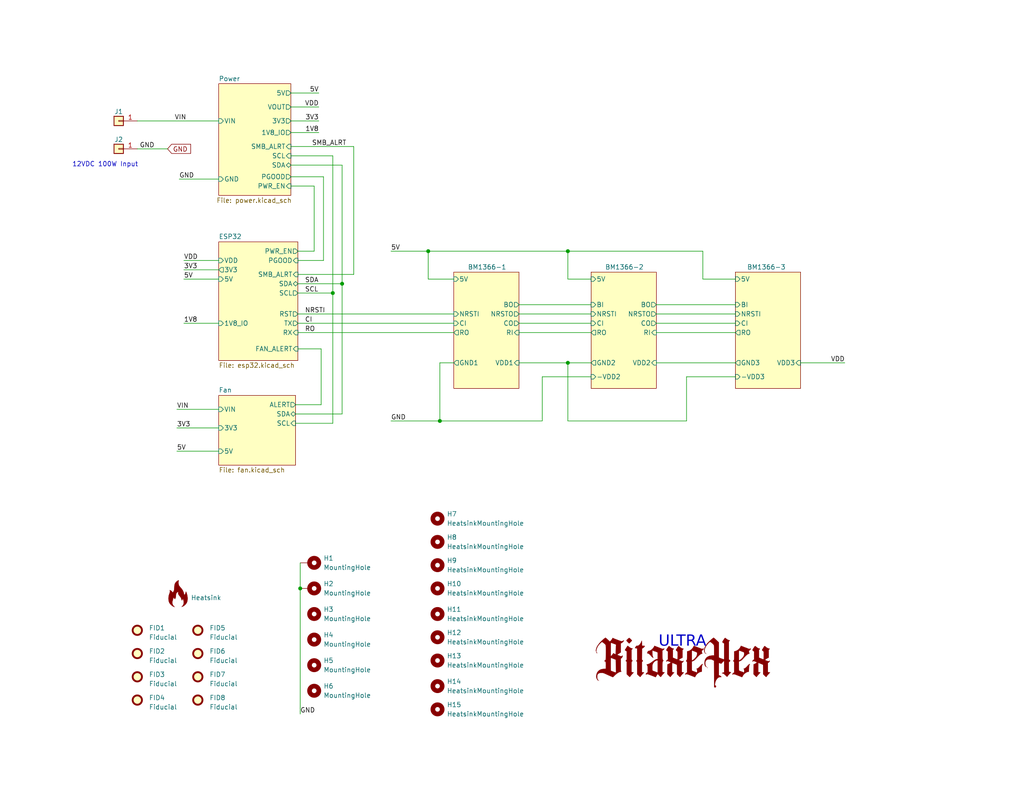
<source format=kicad_sch>
(kicad_sch (version 20231120) (generator "eeschema") (generator_version "8.0")
  (paper "A")
  (title_block (title "bitaxeHex") (date "2024-03-09") (rev "303"))
  (lib_symbols
    (symbol "Connector_Generic:Conn_01x01" (pin_names (offset 1.016) hide)
      (property "Reference" "J" (at 0 2.54 0))
      (property "Value" "Conn_01x01" (at 0 -2.54 0))
      (symbol "Conn_01x01_1_1"
        (pin passive line (at -5.08 0 0) (length 3.81) (name "Pin_1") (number "1"))
      )
    )
    (symbol "Mechanical:Fiducial"
      (property "Reference" "FID" (at 0 5.08 0))
      (property "Value" "Fiducial" (at 0 3.175 0))
    )
    (symbol "Mechanical:MountingHole" (pin_names (offset 1.016))
      (property "Reference" "H" (at 0 5.08 0))
      (property "Value" "MountingHole" (at 0 3.175 0))
    )
    (symbol "Mechanical:MountingHole_Pad" (pin_numbers hide) (pin_names (offset 1.016) hide)
      (property "Reference" "H" (at 0 6.35 0))
      (property "Value" "MountingHole_Pad" (at 0 4.445 0))
      (symbol "MountingHole_Pad_1_1"
        (pin input line (at 0 -2.54 90) (length 2.54) (name "1") (number "1"))
      )
    )
    (symbol "bitaxe:Bitaxe_Hex_Logo" (pin_names (offset 1.016)))
    (symbol "bitaxe:hex_heatsink" (in_bom no)
      (property "Value" "hex_heatsink" (at 0 -3.81 0))
    )
  )
  (junction (at 90.805 80.01))
  (junction (at 116.84 68.58))
  (junction (at 154.94 68.58))
  (junction (at 154.94 99.06))
  (junction (at 120.015 114.935))
  (junction (at 81.915 160.655))
  (junction (at 93.345 77.47))
  (wire (pts (xy 120.015 99.06) (xy 123.825 99.06)))
  (wire (pts (xy 50.165 71.12) (xy 59.69 71.12)))
  (wire (pts (xy 179.07 85.725) (xy 200.66 85.725)))
  (wire (pts (xy 50.165 88.265) (xy 59.69 88.265)))
  (wire (pts (xy 154.94 68.58) (xy 191.77 68.58)))
  (wire (pts (xy 120.015 114.935) (xy 120.015 99.06)))
  (wire (pts (xy 81.28 80.01) (xy 90.805 80.01)))
  (wire (pts (xy 161.29 76.2) (xy 154.94 76.2)))
  (wire (pts (xy 93.345 45.085) (xy 93.345 77.47)))
  (wire (pts (xy 141.605 85.725) (xy 161.29 85.725)))
  (wire (pts (xy 179.07 83.185) (xy 200.66 83.185)))
  (wire (pts (xy 85.725 50.8) (xy 79.375 50.8)))
  (wire (pts (xy 116.84 76.2) (xy 116.84 68.58)))
  (wire (pts (xy 96.52 40.005) (xy 79.375 40.005)))
  (wire (pts (xy 81.28 74.93) (xy 96.52 74.93)))
  (wire (pts (xy 81.28 90.805) (xy 123.825 90.805)))
  (wire (pts (xy 87.63 95.25) (xy 81.28 95.25)))
  (wire (pts (xy 200.66 76.2) (xy 191.77 76.2)))
  (wire (pts (xy 120.015 114.935) (xy 147.955 114.935)))
  (wire (pts (xy 90.805 42.545) (xy 79.375 42.545)))
  (wire (pts (xy 187.325 102.87) (xy 200.66 102.87)))
  (wire (pts (xy 48.26 111.76) (xy 59.69 111.76)))
  (wire (pts (xy 154.94 76.2) (xy 154.94 68.58)))
  (wire (pts (xy 106.68 114.935) (xy 120.015 114.935)))
  (wire (pts (xy 93.345 45.085) (xy 79.375 45.085)))
  (wire (pts (xy 88.265 48.26) (xy 88.265 71.12)))
  (wire (pts (xy 218.44 99.06) (xy 230.505 99.06)))
  (wire (pts (xy 79.375 36.195) (xy 86.995 36.195)))
  (wire (pts (xy 48.895 48.895) (xy 59.69 48.895)))
  (wire (pts (xy 147.955 102.87) (xy 161.29 102.87)))
  (wire (pts (xy 79.375 48.26) (xy 88.265 48.26)))
  (wire (pts (xy 88.265 71.12) (xy 81.28 71.12)))
  (wire (pts (xy 96.52 74.93) (xy 96.52 40.005)))
  (wire (pts (xy 179.07 90.805) (xy 200.66 90.805)))
  (wire (pts (xy 187.325 114.935) (xy 187.325 102.87)))
  (wire (pts (xy 90.805 80.01) (xy 90.805 115.57)))
  (wire (pts (xy 141.605 88.265) (xy 161.29 88.265)))
  (wire (pts (xy 81.28 77.47) (xy 93.345 77.47)))
  (wire (pts (xy 48.26 116.84) (xy 59.69 116.84)))
  (wire (pts (xy 141.605 99.06) (xy 154.94 99.06)))
  (wire (pts (xy 50.165 73.66) (xy 59.69 73.66)))
  (wire (pts (xy 116.84 68.58) (xy 154.94 68.58)))
  (wire (pts (xy 191.77 76.2) (xy 191.77 68.58)))
  (wire (pts (xy 179.07 88.265) (xy 200.66 88.265)))
  (wire (pts (xy 81.915 160.655) (xy 81.915 194.945)))
  (wire (pts (xy 154.94 114.935) (xy 187.325 114.935)))
  (wire (pts (xy 141.605 83.185) (xy 161.29 83.185)))
  (wire (pts (xy 90.805 42.545) (xy 90.805 80.01)))
  (wire (pts (xy 48.26 123.19) (xy 59.69 123.19)))
  (wire (pts (xy 154.94 99.06) (xy 161.29 99.06)))
  (wire (pts (xy 106.68 68.58) (xy 116.84 68.58)))
  (wire (pts (xy 123.825 76.2) (xy 116.84 76.2)))
  (wire (pts (xy 87.63 110.49) (xy 87.63 95.25)))
  (wire (pts (xy 79.375 29.21) (xy 86.995 29.21)))
  (wire (pts (xy 81.28 88.265) (xy 123.825 88.265)))
  (wire (pts (xy 79.375 25.4) (xy 86.995 25.4)))
  (wire (pts (xy 147.955 114.935) (xy 147.955 102.87)))
  (wire (pts (xy 141.605 90.805) (xy 161.29 90.805)))
  (wire (pts (xy 93.345 113.03) (xy 93.345 77.47)))
  (wire (pts (xy 37.465 40.64) (xy 45.72 40.64)))
  (wire (pts (xy 81.28 68.58) (xy 85.725 68.58)))
  (wire (pts (xy 154.94 99.06) (xy 154.94 114.935)))
  (wire (pts (xy 179.07 99.06) (xy 200.66 99.06)))
  (wire (pts (xy 123.825 85.725) (xy 81.28 85.725)))
  (wire (pts (xy 81.915 153.67) (xy 81.915 160.655)))
  (wire (pts (xy 50.165 76.2) (xy 59.69 76.2)))
  (wire (pts (xy 80.645 110.49) (xy 87.63 110.49)))
  (wire (pts (xy 80.645 115.57) (xy 90.805 115.57)))
  (wire (pts (xy 79.375 33.02) (xy 86.995 33.02)))
  (wire (pts (xy 85.725 68.58) (xy 85.725 50.8)))
  (wire (pts (xy 80.645 113.03) (xy 93.345 113.03)))
  (wire (pts (xy 37.465 33.02) (xy 59.69 33.02)))
  (text "ULTRA" (at 179.705 177.8 0) (effects (font (size 3 3) (italic yes)) (justify left bottom)))
  (text "12VDC 100W Input" (at 19.685 45.72 0) (effects (font (size 1.27 1.27)) (justify left bottom)))
  (label "GND" (at 106.68 114.935 0))
  (label "VDD" (at 50.165 71.12 0))
  (label "SMB_ALRT" (at 85.09 40.005 0))
  (label "1V8" (at 50.165 88.265 0))
  (label "5V" (at 86.995 25.4 180))
  (label "5V" (at 106.68 68.58 0))
  (label "SDA" (at 83.185 77.47 0))
  (label "VDD" (at 230.505 99.06 180))
  (label "5V" (at 48.26 123.19 0))
  (label "CI" (at 83.185 88.265 0))
  (label "NRSTI" (at 83.185 85.725 0))
  (label "GND" (at 81.915 194.945 0))
  (label "1V8" (at 86.995 36.195 180))
  (label "VIN" (at 48.26 111.76 0))
  (label "3V3" (at 86.995 33.02 180))
  (label "3V3" (at 50.165 73.66 0))
  (label "SCL" (at 83.185 80.01 0))
  (label "5V" (at 50.165 76.2 0))
  (label "3V3" (at 48.26 116.84 0))
  (label "GND" (at 38.1 40.64 0))
  (label "RO" (at 83.185 90.805 0))
  (label "VDD" (at 86.995 29.21 180))
  (label "GND" (at 48.895 48.895 0))
  (label "VIN" (at 47.625 33.02 0))
  (global_label "GND" (shape input) (at 45.72 40.64 0) (property "Intersheetrefs" "${INTERSHEET_REFS}" (effects (hide yes))))
  (symbol (lib_id "Connector_Generic:Conn_01x01") (at 32.385 33.02 180) (unit 1)
    (property "Reference" "J1" (at 32.385 30.48 0))
    (property "Value" "Screw Terminal" (effects (hide yes)))
    (property "Footprint" "bitaxe:7771-screw-terminal" (effects (hide yes)))
    (property "Datasheet" "https://mm.digikey.com/Volume0/opasdata/d220001/medias/docus/581/Metric_PCB_Screw_Terminals.pdf" (effects (hide yes)))
    (property "DK" "36-7771-ND" (effects (hide yes)))
    (property "PARTNO" "36-7771" (effects (hide yes)))
  )
  (symbol (lib_id "Mechanical:Fiducial") (at 53.975 172.085 0) (unit 1) (in_bom no)
    (property "Reference" "FID5" (at 57.15 171.45 0) (effects (justify left)))
    (property "Value" "Fiducial" (at 57.15 173.99 0) (effects (justify left)))
    (property "Footprint" "Fiducial:Fiducial_1mm_Mask2mm" (effects (hide yes)))
  )
  (symbol (lib_id "Mechanical:MountingHole") (at 85.725 174.625 270) (unit 1) (in_bom no)
    (property "Reference" "H4" (at 88.265 173.355 90) (effects (justify left)))
    (property "Value" "MountingHole" (at 88.265 175.895 90) (effects (justify left)))
    (property "Footprint" "MountingHole:MountingHole_3mm_Pad_Via" (effects (hide yes)))
  )
  (symbol (lib_id "Mechanical:MountingHole_Pad") (at 84.455 153.67 270) (unit 1) (in_bom no)
    (property "Reference" "H1" (at 88.265 152.4 90) (effects (justify left)))
    (property "Value" "MountingHole" (at 88.265 154.94 90) (effects (justify left)))
    (property "Footprint" "MountingHole:MountingHole_3mm_Pad_Via" (effects (hide yes)))
  )
  (symbol (lib_id "Mechanical:MountingHole_Pad") (at 84.455 160.655 270) (unit 1) (in_bom no)
    (property "Reference" "H2" (at 88.265 159.385 90) (effects (justify left)))
    (property "Value" "MountingHole" (at 88.265 161.925 90) (effects (justify left)))
    (property "Footprint" "MountingHole:MountingHole_3mm_Pad_Via" (effects (hide yes)))
  )
  (symbol (lib_id "bitaxe:Bitaxe_Hex_Logo") (at 186.055 180.975 0) (unit 1)
    (property "Reference" "#G1" (effects (hide yes)))
    (property "Value" "LOGO" (effects (hide yes)))
  )
  (symbol (lib_id "Mechanical:MountingHole") (at 85.725 167.64 270) (unit 1) (in_bom no)
    (property "Reference" "H3" (at 88.265 166.37 90) (effects (justify left)))
    (property "Value" "MountingHole" (at 88.265 168.91 90) (effects (justify left)))
    (property "Footprint" "MountingHole:MountingHole_3mm_Pad_Via" (effects (hide yes)))
  )
  (symbol (lib_id "Mechanical:Fiducial") (at 53.975 178.435 0) (unit 1) (in_bom no)
    (property "Reference" "FID6" (at 57.15 177.8 0) (effects (justify left)))
    (property "Value" "Fiducial" (at 57.15 180.34 0) (effects (justify left)))
    (property "Footprint" "Fiducial:Fiducial_1mm_Mask2mm" (effects (hide yes)))
  )
  (symbol (lib_id "Mechanical:MountingHole") (at 119.38 147.955 0) (unit 1) (in_bom no)
    (property "Reference" "H8" (at 121.92 146.6849 0) (effects (justify left)))
    (property "Value" "HeatsinkMountingHole" (at 121.92 149.2249 0) (effects (justify left)))
    (property "Footprint" "bitaxe:3.1mm_mounting" (effects (hide yes)))
  )
  (symbol (lib_id "bitaxe:hex_heatsink") (at 48.895 163.195 0) (unit 1) (in_bom no)
    (property "Reference" "HS1" (effects (hide yes)))
    (property "Value" "Heatsink" (at 52.07 163.195 0) (effects (justify left)))
    (property "Footprint" "bitaxe:hex-heatsink" (effects (hide yes)))
    (property "Datasheet" "https://www.aliexpress.us/item/3256805608902122.html" (effects (hide yes)))
  )
  (symbol (lib_id "Mechanical:Fiducial") (at 53.975 184.785 0) (unit 1) (in_bom no)
    (property "Reference" "FID7" (at 57.15 184.15 0) (effects (justify left)))
    (property "Value" "Fiducial" (at 57.15 186.69 0) (effects (justify left)))
    (property "Footprint" "Fiducial:Fiducial_1mm_Mask2mm" (effects (hide yes)))
  )
  (symbol (lib_id "Mechanical:MountingHole") (at 85.725 181.61 270) (unit 1) (in_bom no)
    (property "Reference" "H5" (at 88.265 180.34 90) (effects (justify left)))
    (property "Value" "MountingHole" (at 88.265 182.88 90) (effects (justify left)))
    (property "Footprint" "MountingHole:MountingHole_3mm_Pad_Via" (effects (hide yes)))
  )
  (symbol (lib_id "Mechanical:MountingHole") (at 85.725 188.595 270) (unit 1) (in_bom no)
    (property "Reference" "H6" (at 88.265 187.325 90) (effects (justify left)))
    (property "Value" "MountingHole" (at 88.265 189.865 90) (effects (justify left)))
    (property "Footprint" "MountingHole:MountingHole_3mm_Pad_Via" (effects (hide yes)))
  )
  (symbol (lib_id "Mechanical:MountingHole") (at 119.38 193.675 0) (unit 1) (in_bom no)
    (property "Reference" "H15" (at 121.92 192.4049 0) (effects (justify left)))
    (property "Value" "HeatsinkMountingHole" (at 121.92 194.9449 0) (effects (justify left)))
    (property "Footprint" "bitaxe:3.1mm_mounting" (effects (hide yes)))
  )
  (symbol (lib_id "Mechanical:MountingHole") (at 119.38 180.34 0) (unit 1) (in_bom no)
    (property "Reference" "H13" (at 121.92 179.0699 0) (effects (justify left)))
    (property "Value" "HeatsinkMountingHole" (at 121.92 181.6099 0) (effects (justify left)))
    (property "Footprint" "bitaxe:3.1mm_mounting" (effects (hide yes)))
  )
  (symbol (lib_id "Connector_Generic:Conn_01x01") (at 32.385 40.64 180) (unit 1)
    (property "Reference" "J2" (at 32.385 38.1 0))
    (property "Value" "Screw Terminal" (effects (hide yes)))
    (property "Footprint" "bitaxe:7771-screw-terminal" (effects (hide yes)))
    (property "Datasheet" "https://mm.digikey.com/Volume0/opasdata/d220001/medias/docus/581/Metric_PCB_Screw_Terminals.pdf" (effects (hide yes)))
    (property "DK" "36-7771-ND" (effects (hide yes)))
    (property "PARTNO" "36-7771" (effects (hide yes)))
  )
  (symbol (lib_id "Mechanical:MountingHole") (at 119.38 154.305 0) (unit 1) (in_bom no)
    (property "Reference" "H9" (at 121.92 153.0349 0) (effects (justify left)))
    (property "Value" "HeatsinkMountingHole" (at 121.92 155.5749 0) (effects (justify left)))
    (property "Footprint" "bitaxe:3.1mm_mounting" (effects (hide yes)))
  )
  (symbol (lib_id "Mechanical:Fiducial") (at 37.465 184.785 0) (unit 1) (in_bom no)
    (property "Reference" "FID3" (at 40.64 184.15 0) (effects (justify left)))
    (property "Value" "Fiducial" (at 40.64 186.69 0) (effects (justify left)))
    (property "Footprint" "Fiducial:Fiducial_1mm_Mask2mm" (effects (hide yes)))
  )
  (symbol (lib_id "Mechanical:MountingHole") (at 119.38 141.605 0) (unit 1) (in_bom no)
    (property "Reference" "H7" (at 121.92 140.3349 0) (effects (justify left)))
    (property "Value" "HeatsinkMountingHole" (at 121.92 142.8749 0) (effects (justify left)))
    (property "Footprint" "bitaxe:3.1mm_mounting" (effects (hide yes)))
  )
  (symbol (lib_id "Mechanical:Fiducial") (at 53.975 191.135 0) (unit 1) (in_bom no)
    (property "Reference" "FID8" (at 57.15 190.5 0) (effects (justify left)))
    (property "Value" "Fiducial" (at 57.15 193.04 0) (effects (justify left)))
    (property "Footprint" "Fiducial:Fiducial_1mm_Mask2mm" (effects (hide yes)))
  )
  (symbol (lib_id "Mechanical:MountingHole") (at 119.38 160.655 0) (unit 1) (in_bom no)
    (property "Reference" "H10" (at 121.92 159.3849 0) (effects (justify left)))
    (property "Value" "HeatsinkMountingHole" (at 121.92 161.9249 0) (effects (justify left)))
    (property "Footprint" "bitaxe:3.1mm_mounting" (effects (hide yes)))
  )
  (symbol (lib_id "Mechanical:MountingHole") (at 119.38 187.325 0) (unit 1) (in_bom no)
    (property "Reference" "H14" (at 121.92 186.0549 0) (effects (justify left)))
    (property "Value" "HeatsinkMountingHole" (at 121.92 188.5949 0) (effects (justify left)))
    (property "Footprint" "bitaxe:3.1mm_mounting" (effects (hide yes)))
  )
  (symbol (lib_id "Mechanical:Fiducial") (at 37.465 178.435 0) (unit 1) (in_bom no)
    (property "Reference" "FID2" (at 40.64 177.8 0) (effects (justify left)))
    (property "Value" "Fiducial" (at 40.64 180.34 0) (effects (justify left)))
    (property "Footprint" "Fiducial:Fiducial_1mm_Mask2mm" (effects (hide yes)))
  )
  (symbol (lib_id "Mechanical:Fiducial") (at 37.465 191.135 0) (unit 1) (in_bom no)
    (property "Reference" "FID4" (at 40.64 190.5 0) (effects (justify left)))
    (property "Value" "Fiducial" (at 40.64 193.04 0) (effects (justify left)))
    (property "Footprint" "Fiducial:Fiducial_1mm_Mask2mm" (effects (hide yes)))
  )
  (symbol (lib_id "Mechanical:Fiducial") (at 37.465 172.085 0) (unit 1) (in_bom no)
    (property "Reference" "FID1" (at 40.64 171.45 0) (effects (justify left)))
    (property "Value" "Fiducial" (at 40.64 173.99 0) (effects (justify left)))
    (property "Footprint" "Fiducial:Fiducial_1mm_Mask2mm" (effects (hide yes)))
  )
  (symbol (lib_id "Mechanical:MountingHole") (at 119.38 173.99 0) (unit 1) (in_bom no)
    (property "Reference" "H12" (at 121.92 172.7199 0) (effects (justify left)))
    (property "Value" "HeatsinkMountingHole" (at 121.92 175.2599 0) (effects (justify left)))
    (property "Footprint" "bitaxe:3.1mm_mounting" (effects (hide yes)))
  )
  (symbol (lib_id "Mechanical:MountingHole") (at 119.38 167.64 0) (unit 1) (in_bom no)
    (property "Reference" "H11" (at 121.92 166.3699 0) (effects (justify left)))
    (property "Value" "HeatsinkMountingHole" (at 121.92 168.9099 0) (effects (justify left)))
    (property "Footprint" "bitaxe:3.1mm_mounting" (effects (hide yes)))
  )
  (sheet (at 123.825 74.295) (size 17.78 31.75) (stroke (width 0.1524)) (fill (color 255 255 194 1.0000))
    (property "Sheetname" "BM1366-1" (at 127.635 73.66 0) (effects (justify left bottom)))
    (property "Sheetfile" "bm1366-1.kicad_sch" (effects (hide yes)))
    (pin "BO" output (at 141.605 83.185 0))
    (pin "NRSTO" output (at 141.605 85.725 0))
    (pin "RI" input (at 141.605 90.805 0))
    (pin "CO" output (at 141.605 88.265 0))
    (pin "CI" input (at 123.825 88.265 180))
    (pin "RO" output (at 123.825 90.805 180))
    (pin "NRSTI" input (at 123.825 85.725 180))
    (pin "5V" input (at 123.825 76.2 180))
    (pin "VDD1" input (at 141.605 99.06 0))
    (pin "GND1" output (at 123.825 99.06 180))
  )
  (sheet (at 161.29 74.295) (size 17.78 31.75) (stroke (width 0.1524)) (fill (color 255 255 194 1.0000))
    (property "Sheetname" "BM1366-2" (at 165.1 73.66 0) (effects (justify left bottom)))
    (property "Sheetfile" "bm1366-2.kicad_sch" (effects (hide yes)))
    (pin "BI" input (at 161.29 83.185 180))
    (pin "CI" input (at 161.29 88.265 180))
    (pin "RO" output (at 161.29 90.805 180))
    (pin "NRSTI" input (at 161.29 85.725 180))
    (pin "VDD2" input (at 179.07 99.06 0))
    (pin "CO" output (at 179.07 88.265 0))
    (pin "BO" output (at 179.07 83.185 0))
    (pin "NRSTO" output (at 179.07 85.725 0))
    (pin "RI" input (at 179.07 90.805 0))
    (pin "GND2" output (at 161.29 99.06 180))
    (pin "5V" input (at 161.29 76.2 180))
    (pin "-VDD2" input (at 161.29 102.87 180))
  )
  (sheet (at 59.69 107.95) (size 20.955 19.05) (stroke (width 0.1524)) (fill (color 255 255 194 1.0000))
    (property "Sheetname" "Fan" (at 59.69 107.2384 0) (effects (justify left bottom)))
    (property "Sheetfile" "fan.kicad_sch" (at 59.69 127.5846 0) (effects (justify left top)))
    (pin "SDA" bidirectional (at 80.645 113.03 0))
    (pin "SCL" input (at 80.645 115.57 0))
    (pin "3V3" input (at 59.69 116.84 180))
    (pin "ALERT" output (at 80.645 110.49 0))
    (pin "5V" input (at 59.69 123.19 180))
    (pin "VIN" input (at 59.69 111.76 180))
  )
  (sheet (at 59.69 22.86) (size 19.685 30.48) (stroke (width 0.1524)) (fill (color 255 255 194 1.0000))
    (property "Sheetname" "Power" (at 59.69 22.225 0) (effects (justify left bottom)))
    (property "Sheetfile" "power.kicad_sch" (at 59.055 53.975 0) (effects (justify left top)))
    (pin "VOUT" output (at 79.375 29.21 0))
    (pin "VIN" input (at 59.69 33.02 180))
    (pin "SCL" input (at 79.375 42.545 0))
    (pin "SDA" bidirectional (at 79.375 45.085 0))
    (pin "5V" output (at 79.375 25.4 0))
    (pin "3V3" output (at 79.375 33.02 0))
    (pin "PGOOD" output (at 79.375 48.26 0))
    (pin "1V8_IO" output (at 79.375 36.195 0))
    (pin "PWR_EN" input (at 79.375 50.8 0))
    (pin "GND" input (at 59.69 48.895 180))
    (pin "SMB_ALRT" input (at 79.375 40.005 0))
  )
  (sheet (at 59.69 66.04) (size 21.59 32.385) (stroke (width 0.1524)) (fill (color 255 255 194 1.0000))
    (property "Sheetname" "ESP32" (at 59.69 65.3284 0) (effects (justify left bottom)))
    (property "Sheetfile" "esp32.kicad_sch" (at 59.69 99.0096 0) (effects (justify left top)))
    (pin "SDA" bidirectional (at 81.28 77.47 0))
    (pin "SCL" output (at 81.28 80.01 0))
    (pin "RX" input (at 81.28 90.805 0))
    (pin "TX" output (at 81.28 88.265 0))
    (pin "RST" output (at 81.28 85.725 0))
    (pin "5V" input (at 59.69 76.2 180))
    (pin "3V3" output (at 59.69 73.66 180))
    (pin "PGOOD" input (at 81.28 71.12 0))
    (pin "VDD" input (at 59.69 71.12 180))
    (pin "FAN_ALERT" input (at 81.28 95.25 0))
    (pin "1V8_IO" input (at 59.69 88.265 180))
    (pin "PWR_EN" output (at 81.28 68.58 0))
    (pin "SMB_ALRT" input (at 81.28 74.93 0))
  )
  (sheet (at 200.66 74.295) (size 17.78 31.75) (stroke (width 0.1524)) (fill (color 255 255 194 1.0000))
    (property "Sheetname" "BM1366-3" (at 203.835 73.66 0) (effects (justify left bottom)))
    (property "Sheetfile" "bm1366-3.kicad_sch" (effects (hide yes)))
    (pin "5V" input (at 200.66 76.2 180))
    (pin "BI" input (at 200.66 83.185 180))
    (pin "NRSTI" input (at 200.66 85.725 180))
    (pin "RO" output (at 200.66 90.805 180))
    (pin "CI" input (at 200.66 88.265 180))
    (pin "VDD3" input (at 218.44 99.06 0))
    (pin "GND3" output (at 200.66 99.06 180))
    (pin "-VDD3" input (at 200.66 102.87 180))
  )
)
</source>
